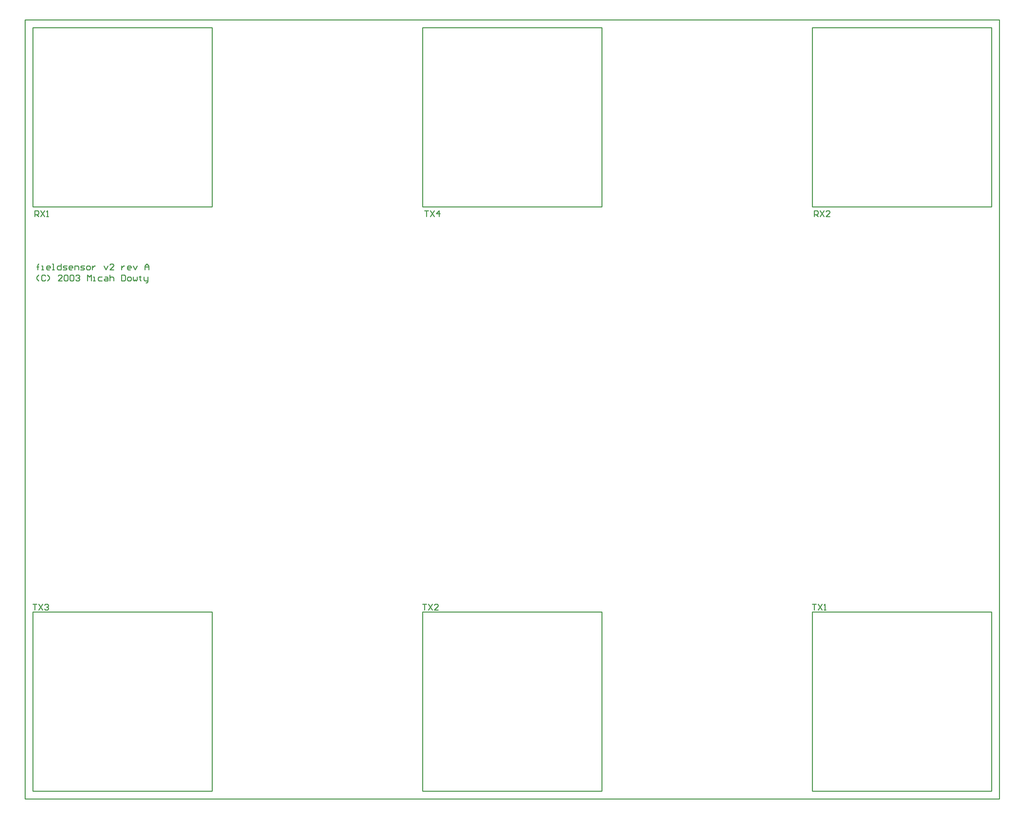
<source format=gto>
%FSLAX23Y23*%
%MOIN*%
G70*
G01*
G75*
%ADD10C,0.020*%
%ADD11R,1.800X1.800*%
%ADD12C,0.010*%
%ADD13C,0.275*%
%ADD14C,0.180*%
%ADD15C,0.065*%
%ADD16R,0.047X0.047*%
%ADD17C,0.047*%
%ADD18R,0.053X0.053*%
%ADD19C,0.053*%
%ADD20C,0.055*%
%ADD21P,0.055X8X0*%
%ADD22C,0.059*%
%ADD23R,0.059X0.059*%
D12*
X80Y80D02*
X1920D01*
Y1920D01*
X80D02*
X1920D01*
X80Y80D02*
Y1920D01*
X8080Y80D02*
X9920D01*
Y1920D01*
X8080D02*
X9920D01*
X8080Y80D02*
Y1920D01*
X4080Y80D02*
Y1920D01*
X5920D01*
Y80D02*
Y1920D01*
X4080Y80D02*
X5920D01*
X8080Y6080D02*
X9920D01*
Y7920D01*
X8080D02*
X9920D01*
X8080Y6080D02*
Y7920D01*
X4080Y6080D02*
X5920D01*
Y7920D01*
X4080D02*
X5920D01*
X4080Y6080D02*
Y7920D01*
X80Y6080D02*
Y7920D01*
X1920D01*
Y6080D02*
Y7920D01*
X80Y6080D02*
X1920D01*
X4100Y6040D02*
X4140D01*
X4120D01*
Y5980D01*
X4160Y6040D02*
X4200Y5980D01*
Y6040D02*
X4160Y5980D01*
X4250D02*
Y6040D01*
X4220Y6010D01*
X4260D01*
X80Y2000D02*
X120D01*
X100D01*
Y1940D01*
X140Y2000D02*
X180Y1940D01*
Y2000D02*
X140Y1940D01*
X200Y1990D02*
X210Y2000D01*
X230D01*
X240Y1990D01*
Y1980D01*
X230Y1970D01*
X220D01*
X230D01*
X240Y1960D01*
Y1950D01*
X230Y1940D01*
X210D01*
X200Y1950D01*
X4080Y2000D02*
X4120D01*
X4100D01*
Y1940D01*
X4140Y2000D02*
X4180Y1940D01*
Y2000D02*
X4140Y1940D01*
X4240D02*
X4200D01*
X4240Y1980D01*
Y1990D01*
X4230Y2000D01*
X4210D01*
X4200Y1990D01*
X8080Y2000D02*
X8120D01*
X8100D01*
Y1940D01*
X8140Y2000D02*
X8180Y1940D01*
Y2000D02*
X8140Y1940D01*
X8200D02*
X8220D01*
X8210D01*
Y2000D01*
X8200Y1990D01*
X100Y5980D02*
Y6040D01*
X130D01*
X140Y6030D01*
Y6010D01*
X130Y6000D01*
X100D01*
X120D02*
X140Y5980D01*
X160Y6040D02*
X200Y5980D01*
Y6040D02*
X160Y5980D01*
X220D02*
X240D01*
X230D01*
Y6040D01*
X220Y6030D01*
X8100Y5980D02*
Y6040D01*
X8130D01*
X8140Y6030D01*
Y6010D01*
X8130Y6000D01*
X8100D01*
X8120D02*
X8140Y5980D01*
X8160Y6040D02*
X8200Y5980D01*
Y6040D02*
X8160Y5980D01*
X8260D02*
X8220D01*
X8260Y6020D01*
Y6030D01*
X8250Y6040D01*
X8230D01*
X8220Y6030D01*
X130Y5436D02*
Y5486D01*
Y5466D01*
X120D01*
X140D01*
X130D01*
Y5486D01*
X140Y5496D01*
X170Y5436D02*
X190D01*
X180D01*
Y5476D01*
X170D01*
X250Y5436D02*
X230D01*
X220Y5446D01*
Y5466D01*
X230Y5476D01*
X250D01*
X260Y5466D01*
Y5456D01*
X220D01*
X280Y5436D02*
X300D01*
X290D01*
Y5496D01*
X280D01*
X370D02*
Y5436D01*
X340D01*
X330Y5446D01*
Y5466D01*
X340Y5476D01*
X370D01*
X390Y5436D02*
X420D01*
X430Y5446D01*
X420Y5456D01*
X400D01*
X390Y5466D01*
X400Y5476D01*
X430D01*
X480Y5436D02*
X460D01*
X450Y5446D01*
Y5466D01*
X460Y5476D01*
X480D01*
X490Y5466D01*
Y5456D01*
X450D01*
X510Y5436D02*
Y5476D01*
X540D01*
X550Y5466D01*
Y5436D01*
X570D02*
X600D01*
X610Y5446D01*
X600Y5456D01*
X580D01*
X570Y5466D01*
X580Y5476D01*
X610D01*
X640Y5436D02*
X660D01*
X670Y5446D01*
Y5466D01*
X660Y5476D01*
X640D01*
X630Y5466D01*
Y5446D01*
X640Y5436D01*
X690Y5476D02*
Y5436D01*
Y5456D01*
X700Y5466D01*
X710Y5476D01*
X720D01*
X810D02*
X830Y5436D01*
X850Y5476D01*
X910Y5436D02*
X870D01*
X910Y5476D01*
Y5486D01*
X900Y5496D01*
X880D01*
X870Y5486D01*
X990Y5476D02*
Y5436D01*
Y5456D01*
X1000Y5466D01*
X1010Y5476D01*
X1020D01*
X1080Y5436D02*
X1060D01*
X1050Y5446D01*
Y5466D01*
X1060Y5476D01*
X1080D01*
X1090Y5466D01*
Y5456D01*
X1050D01*
X1110Y5476D02*
X1130Y5436D01*
X1150Y5476D01*
X1230Y5436D02*
Y5476D01*
X1250Y5496D01*
X1270Y5476D01*
Y5436D01*
Y5466D01*
X1230D01*
X140Y5320D02*
X120Y5340D01*
Y5360D01*
X140Y5380D01*
X210Y5370D02*
X200Y5380D01*
X180D01*
X170Y5370D01*
Y5330D01*
X180Y5320D01*
X200D01*
X210Y5330D01*
X230Y5320D02*
X250Y5340D01*
Y5360D01*
X230Y5380D01*
X380Y5320D02*
X340D01*
X380Y5360D01*
Y5370D01*
X370Y5380D01*
X350D01*
X340Y5370D01*
X400D02*
X410Y5380D01*
X430D01*
X440Y5370D01*
Y5330D01*
X430Y5320D01*
X410D01*
X400Y5330D01*
Y5370D01*
X460D02*
X470Y5380D01*
X490D01*
X500Y5370D01*
Y5330D01*
X490Y5320D01*
X470D01*
X460Y5330D01*
Y5370D01*
X520D02*
X530Y5380D01*
X550D01*
X560Y5370D01*
Y5360D01*
X550Y5350D01*
X540D01*
X550D01*
X560Y5340D01*
Y5330D01*
X550Y5320D01*
X530D01*
X520Y5330D01*
X640Y5320D02*
Y5380D01*
X660Y5360D01*
X680Y5380D01*
Y5320D01*
X700D02*
X720D01*
X710D01*
Y5360D01*
X700D01*
X790D02*
X760D01*
X750Y5350D01*
Y5330D01*
X760Y5320D01*
X790D01*
X820Y5360D02*
X840D01*
X850Y5350D01*
Y5320D01*
X820D01*
X810Y5330D01*
X820Y5340D01*
X850D01*
X870Y5380D02*
Y5320D01*
Y5350D01*
X880Y5360D01*
X900D01*
X910Y5350D01*
Y5320D01*
X990Y5380D02*
Y5320D01*
X1020D01*
X1030Y5330D01*
Y5370D01*
X1020Y5380D01*
X990D01*
X1060Y5320D02*
X1080D01*
X1090Y5330D01*
Y5350D01*
X1080Y5360D01*
X1060D01*
X1050Y5350D01*
Y5330D01*
X1060Y5320D01*
X1110Y5360D02*
Y5330D01*
X1120Y5320D01*
X1130Y5330D01*
X1140Y5320D01*
X1150Y5330D01*
Y5360D01*
X1180Y5370D02*
Y5360D01*
X1170D01*
X1190D01*
X1180D01*
Y5330D01*
X1190Y5320D01*
X1220Y5360D02*
Y5330D01*
X1230Y5320D01*
X1260D01*
Y5310D01*
X1250Y5300D01*
X1240D01*
X1260Y5320D02*
Y5360D01*
X0Y0D02*
X10000D01*
Y8000D01*
X0D02*
X10000D01*
X0Y0D02*
Y8000D01*
M02*

</source>
